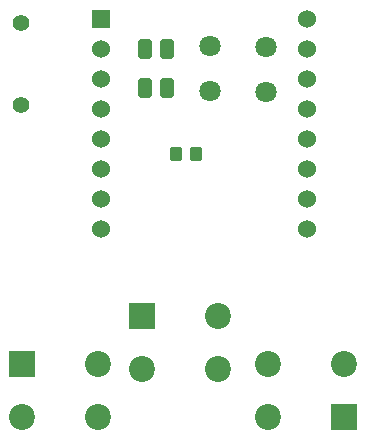
<source format=gbs>
%TF.GenerationSoftware,KiCad,Pcbnew,(6.0.8)*%
%TF.CreationDate,2024-10-24T13:15:24+05:30*%
%TF.ProjectId,mp3_player,6d70335f-706c-4617-9965-722e6b696361,rev?*%
%TF.SameCoordinates,Original*%
%TF.FileFunction,Soldermask,Bot*%
%TF.FilePolarity,Negative*%
%FSLAX46Y46*%
G04 Gerber Fmt 4.6, Leading zero omitted, Abs format (unit mm)*
G04 Created by KiCad (PCBNEW (6.0.8)) date 2024-10-24 13:15:24*
%MOMM*%
%LPD*%
G01*
G04 APERTURE LIST*
G04 Aperture macros list*
%AMRoundRect*
0 Rectangle with rounded corners*
0 $1 Rounding radius*
0 $2 $3 $4 $5 $6 $7 $8 $9 X,Y pos of 4 corners*
0 Add a 4 corners polygon primitive as box body*
4,1,4,$2,$3,$4,$5,$6,$7,$8,$9,$2,$3,0*
0 Add four circle primitives for the rounded corners*
1,1,$1+$1,$2,$3*
1,1,$1+$1,$4,$5*
1,1,$1+$1,$6,$7*
1,1,$1+$1,$8,$9*
0 Add four rect primitives between the rounded corners*
20,1,$1+$1,$2,$3,$4,$5,0*
20,1,$1+$1,$4,$5,$6,$7,0*
20,1,$1+$1,$6,$7,$8,$9,0*
20,1,$1+$1,$8,$9,$2,$3,0*%
G04 Aperture macros list end*
%ADD10R,2.200000X2.200000*%
%ADD11C,2.200000*%
%ADD12R,1.524000X1.524000*%
%ADD13C,1.524000*%
%ADD14C,1.402080*%
%ADD15RoundRect,0.227000X0.375000X0.585000X-0.375000X0.585000X-0.375000X-0.585000X0.375000X-0.585000X0*%
%ADD16C,1.803400*%
%ADD17RoundRect,0.102000X0.395000X0.465000X-0.395000X0.465000X-0.395000X-0.465000X0.395000X-0.465000X0*%
G04 APERTURE END LIST*
D10*
%TO.C,S2*%
X143562000Y-103922000D03*
D11*
X150062000Y-103922000D03*
X143562000Y-108422000D03*
X150062000Y-108422000D03*
%TD*%
D10*
%TO.C,S3*%
X133402000Y-107986000D03*
D11*
X139902000Y-107986000D03*
X133402000Y-112486000D03*
X139902000Y-112486000D03*
%TD*%
D10*
%TO.C,S1*%
X160730000Y-112486000D03*
D11*
X154230000Y-112486000D03*
X160730000Y-107986000D03*
X154230000Y-107986000D03*
%TD*%
D12*
%TO.C,U1*%
X140086500Y-78737347D03*
D13*
X140086500Y-81277347D03*
X140086500Y-83817347D03*
X140086500Y-86357347D03*
X140086500Y-88897347D03*
X140086500Y-91437347D03*
X140086500Y-93977347D03*
X140086500Y-96517347D03*
X157546500Y-96517347D03*
X157546500Y-93977347D03*
X157546500Y-91437347D03*
X157546500Y-88897347D03*
X157546500Y-86357347D03*
X157546500Y-83817347D03*
X157546500Y-81277347D03*
X157546500Y-78737347D03*
%TD*%
D14*
%TO.C,J2*%
X133350000Y-86047580D03*
X133350000Y-79047340D03*
%TD*%
D15*
%TO.C,R1*%
X145673878Y-84563750D03*
X143803878Y-84563750D03*
%TD*%
%TO.C,R2*%
X145715000Y-81280000D03*
X143845000Y-81280000D03*
%TD*%
D16*
%TO.C,J3*%
X154117473Y-84904206D03*
X154117473Y-81094206D03*
%TD*%
%TO.C,J1*%
X149352577Y-84878718D03*
X149352577Y-81068718D03*
%TD*%
D17*
%TO.C,R3*%
X148140000Y-90170000D03*
X146500000Y-90170000D03*
%TD*%
M02*

</source>
